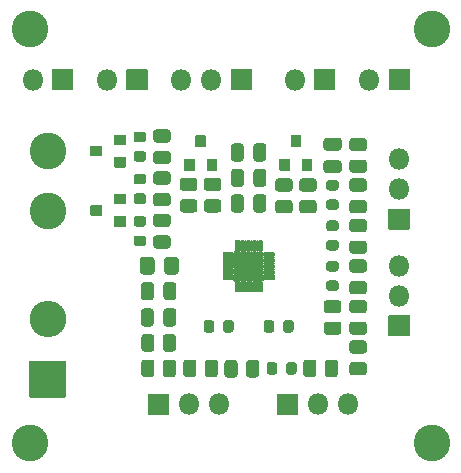
<source format=gts>
G04 #@! TF.GenerationSoftware,KiCad,Pcbnew,(5.1.10)-1*
G04 #@! TF.CreationDate,2021-07-06T21:05:29-03:00*
G04 #@! TF.ProjectId,BQ25505,42513235-3530-4352-9e6b-696361645f70,rev?*
G04 #@! TF.SameCoordinates,Original*
G04 #@! TF.FileFunction,Soldermask,Top*
G04 #@! TF.FilePolarity,Negative*
%FSLAX46Y46*%
G04 Gerber Fmt 4.6, Leading zero omitted, Abs format (unit mm)*
G04 Created by KiCad (PCBNEW (5.1.10)-1) date 2021-07-06 21:05:29*
%MOMM*%
%LPD*%
G01*
G04 APERTURE LIST*
%ADD10C,0.100000*%
%ADD11C,3.102000*%
%ADD12O,1.802000X1.802000*%
%ADD13O,3.102000X3.102000*%
%ADD14C,0.610000*%
G04 APERTURE END LIST*
D10*
G36*
X174425500Y-108385500D02*
G01*
X176602500Y-108385500D01*
X176602500Y-108880300D01*
X174425500Y-108880300D01*
X174425500Y-108385500D01*
G37*
X174425500Y-108385500D02*
X176602500Y-108385500D01*
X176602500Y-108880300D01*
X174425500Y-108880300D01*
X174425500Y-108385500D01*
G36*
X174425500Y-109280300D02*
G01*
X176602500Y-109280300D01*
X176602500Y-109667700D01*
X174425500Y-109667700D01*
X174425500Y-109280300D01*
G37*
X174425500Y-109280300D02*
X176602500Y-109280300D01*
X176602500Y-109667700D01*
X174425500Y-109667700D01*
X174425500Y-109280300D01*
G36*
X174425500Y-110067700D02*
G01*
X176602500Y-110067700D01*
X176602500Y-110562500D01*
X174425500Y-110562500D01*
X174425500Y-110067700D01*
G37*
X174425500Y-110067700D02*
X176602500Y-110067700D01*
X176602500Y-110562500D01*
X174425500Y-110562500D01*
X174425500Y-110067700D01*
G36*
X174425500Y-108385500D02*
G01*
X174920300Y-108385500D01*
X174920300Y-110562500D01*
X174425500Y-110562500D01*
X174425500Y-108385500D01*
G37*
X174425500Y-108385500D02*
X174920300Y-108385500D01*
X174920300Y-110562500D01*
X174425500Y-110562500D01*
X174425500Y-108385500D01*
G36*
X175707700Y-108385500D02*
G01*
X175320300Y-108385500D01*
X175320300Y-110562500D01*
X175707700Y-110562500D01*
X175707700Y-108385500D01*
G37*
X175707700Y-108385500D02*
X175320300Y-108385500D01*
X175320300Y-110562500D01*
X175707700Y-110562500D01*
X175707700Y-108385500D01*
G36*
X176107700Y-108385500D02*
G01*
X176602500Y-108385500D01*
X176602500Y-110562500D01*
X176107700Y-110562500D01*
X176107700Y-108385500D01*
G37*
X176107700Y-108385500D02*
X176602500Y-108385500D01*
X176602500Y-110562500D01*
X176107700Y-110562500D01*
X176107700Y-108385500D01*
G36*
X174425500Y-108385500D02*
G01*
X176602500Y-108385500D01*
X176602500Y-108880300D01*
X174425500Y-108880300D01*
X174425500Y-108385500D01*
G37*
X174425500Y-108385500D02*
X176602500Y-108385500D01*
X176602500Y-108880300D01*
X174425500Y-108880300D01*
X174425500Y-108385500D01*
G36*
X174425500Y-109280300D02*
G01*
X176602500Y-109280300D01*
X176602500Y-109667700D01*
X174425500Y-109667700D01*
X174425500Y-109280300D01*
G37*
X174425500Y-109280300D02*
X176602500Y-109280300D01*
X176602500Y-109667700D01*
X174425500Y-109667700D01*
X174425500Y-109280300D01*
G36*
X174425500Y-110067700D02*
G01*
X176602500Y-110067700D01*
X176602500Y-110562500D01*
X174425500Y-110562500D01*
X174425500Y-110067700D01*
G37*
X174425500Y-110067700D02*
X176602500Y-110067700D01*
X176602500Y-110562500D01*
X174425500Y-110562500D01*
X174425500Y-110067700D01*
G36*
X174425500Y-108385500D02*
G01*
X174920300Y-108385500D01*
X174920300Y-110562500D01*
X174425500Y-110562500D01*
X174425500Y-108385500D01*
G37*
X174425500Y-108385500D02*
X174920300Y-108385500D01*
X174920300Y-110562500D01*
X174425500Y-110562500D01*
X174425500Y-108385500D01*
G36*
X175707700Y-108385500D02*
G01*
X175320300Y-108385500D01*
X175320300Y-110562500D01*
X175707700Y-110562500D01*
X175707700Y-108385500D01*
G37*
X175707700Y-108385500D02*
X175320300Y-108385500D01*
X175320300Y-110562500D01*
X175707700Y-110562500D01*
X175707700Y-108385500D01*
G36*
X176107700Y-108385500D02*
G01*
X176602500Y-108385500D01*
X176602500Y-110562500D01*
X176107700Y-110562500D01*
X176107700Y-108385500D01*
G37*
X176107700Y-108385500D02*
X176602500Y-108385500D01*
X176602500Y-110562500D01*
X176107700Y-110562500D01*
X176107700Y-108385500D01*
D11*
X191008000Y-124460000D03*
X156972000Y-124460000D03*
X191008000Y-89408000D03*
X156972000Y-89408000D03*
D12*
X183896000Y-121158000D03*
X181356000Y-121158000D03*
G36*
G01*
X179666000Y-122059000D02*
X177966000Y-122059000D01*
G75*
G02*
X177915000Y-122008000I0J51000D01*
G01*
X177915000Y-120308000D01*
G75*
G02*
X177966000Y-120257000I51000J0D01*
G01*
X179666000Y-120257000D01*
G75*
G02*
X179717000Y-120308000I0J-51000D01*
G01*
X179717000Y-122008000D01*
G75*
G02*
X179666000Y-122059000I-51000J0D01*
G01*
G37*
D13*
X158496000Y-113944400D03*
G36*
G01*
X159996000Y-120575400D02*
X156996000Y-120575400D01*
G75*
G02*
X156945000Y-120524400I0J51000D01*
G01*
X156945000Y-117524400D01*
G75*
G02*
X156996000Y-117473400I51000J0D01*
G01*
X159996000Y-117473400D01*
G75*
G02*
X160047000Y-117524400I0J-51000D01*
G01*
X160047000Y-120524400D01*
G75*
G02*
X159996000Y-120575400I-51000J0D01*
G01*
G37*
D11*
X158496000Y-99720400D03*
X158496000Y-104800400D03*
D12*
X172974000Y-121158000D03*
X170434000Y-121158000D03*
G36*
G01*
X168744000Y-122059000D02*
X167044000Y-122059000D01*
G75*
G02*
X166993000Y-122008000I0J51000D01*
G01*
X166993000Y-120308000D01*
G75*
G02*
X167044000Y-120257000I51000J0D01*
G01*
X168744000Y-120257000D01*
G75*
G02*
X168795000Y-120308000I0J-51000D01*
G01*
X168795000Y-122008000D01*
G75*
G02*
X168744000Y-122059000I-51000J0D01*
G01*
G37*
X179425600Y-93675200D03*
G36*
G01*
X181115600Y-92774200D02*
X182815600Y-92774200D01*
G75*
G02*
X182866600Y-92825200I0J-51000D01*
G01*
X182866600Y-94525200D01*
G75*
G02*
X182815600Y-94576200I-51000J0D01*
G01*
X181115600Y-94576200D01*
G75*
G02*
X181064600Y-94525200I0J51000D01*
G01*
X181064600Y-92825200D01*
G75*
G02*
X181115600Y-92774200I51000J0D01*
G01*
G37*
G36*
G01*
X183126500Y-99677000D02*
X182125500Y-99677000D01*
G75*
G02*
X181850000Y-99401500I0J275500D01*
G01*
X181850000Y-98850500D01*
G75*
G02*
X182125500Y-98575000I275500J0D01*
G01*
X183126500Y-98575000D01*
G75*
G02*
X183402000Y-98850500I0J-275500D01*
G01*
X183402000Y-99401500D01*
G75*
G02*
X183126500Y-99677000I-275500J0D01*
G01*
G37*
G36*
G01*
X183126500Y-101577000D02*
X182125500Y-101577000D01*
G75*
G02*
X181850000Y-101301500I0J275500D01*
G01*
X181850000Y-100750500D01*
G75*
G02*
X182125500Y-100475000I275500J0D01*
G01*
X183126500Y-100475000D01*
G75*
G02*
X183402000Y-100750500I0J-275500D01*
G01*
X183402000Y-101301500D01*
G75*
G02*
X183126500Y-101577000I-275500J0D01*
G01*
G37*
X188252100Y-109410500D03*
X188252100Y-111950500D03*
G36*
G01*
X189153100Y-113640500D02*
X189153100Y-115340500D01*
G75*
G02*
X189102100Y-115391500I-51000J0D01*
G01*
X187402100Y-115391500D01*
G75*
G02*
X187351100Y-115340500I0J51000D01*
G01*
X187351100Y-113640500D01*
G75*
G02*
X187402100Y-113589500I51000J0D01*
G01*
X189102100Y-113589500D01*
G75*
G02*
X189153100Y-113640500I0J-51000D01*
G01*
G37*
G36*
G01*
X178682000Y-118410500D02*
X178682000Y-117809500D01*
G75*
G02*
X178907500Y-117584000I225500J0D01*
G01*
X179358500Y-117584000D01*
G75*
G02*
X179584000Y-117809500I0J-225500D01*
G01*
X179584000Y-118410500D01*
G75*
G02*
X179358500Y-118636000I-225500J0D01*
G01*
X178907500Y-118636000D01*
G75*
G02*
X178682000Y-118410500I0J225500D01*
G01*
G37*
G36*
G01*
X177032000Y-118410500D02*
X177032000Y-117809500D01*
G75*
G02*
X177257500Y-117584000I225500J0D01*
G01*
X177708500Y-117584000D01*
G75*
G02*
X177934000Y-117809500I0J-225500D01*
G01*
X177934000Y-118410500D01*
G75*
G02*
X177708500Y-118636000I-225500J0D01*
G01*
X177257500Y-118636000D01*
G75*
G02*
X177032000Y-118410500I0J225500D01*
G01*
G37*
G36*
G01*
X167695375Y-97861500D02*
X168647625Y-97861500D01*
G75*
G02*
X168922500Y-98136375I0J-274875D01*
G01*
X168922500Y-98713625D01*
G75*
G02*
X168647625Y-98988500I-274875J0D01*
G01*
X167695375Y-98988500D01*
G75*
G02*
X167420500Y-98713625I0J274875D01*
G01*
X167420500Y-98136375D01*
G75*
G02*
X167695375Y-97861500I274875J0D01*
G01*
G37*
G36*
G01*
X167695375Y-99686500D02*
X168647625Y-99686500D01*
G75*
G02*
X168922500Y-99961375I0J-274875D01*
G01*
X168922500Y-100538625D01*
G75*
G02*
X168647625Y-100813500I-274875J0D01*
G01*
X167695375Y-100813500D01*
G75*
G02*
X167420500Y-100538625I0J274875D01*
G01*
X167420500Y-99961375D01*
G75*
G02*
X167695375Y-99686500I274875J0D01*
G01*
G37*
G36*
G01*
X167695375Y-101434000D02*
X168647625Y-101434000D01*
G75*
G02*
X168922500Y-101708875I0J-274875D01*
G01*
X168922500Y-102286125D01*
G75*
G02*
X168647625Y-102561000I-274875J0D01*
G01*
X167695375Y-102561000D01*
G75*
G02*
X167420500Y-102286125I0J274875D01*
G01*
X167420500Y-101708875D01*
G75*
G02*
X167695375Y-101434000I274875J0D01*
G01*
G37*
G36*
G01*
X167695375Y-103259000D02*
X168647625Y-103259000D01*
G75*
G02*
X168922500Y-103533875I0J-274875D01*
G01*
X168922500Y-104111125D01*
G75*
G02*
X168647625Y-104386000I-274875J0D01*
G01*
X167695375Y-104386000D01*
G75*
G02*
X167420500Y-104111125I0J274875D01*
G01*
X167420500Y-103533875D01*
G75*
G02*
X167695375Y-103259000I274875J0D01*
G01*
G37*
G36*
G01*
X167695375Y-105013500D02*
X168647625Y-105013500D01*
G75*
G02*
X168922500Y-105288375I0J-274875D01*
G01*
X168922500Y-105865625D01*
G75*
G02*
X168647625Y-106140500I-274875J0D01*
G01*
X167695375Y-106140500D01*
G75*
G02*
X167420500Y-105865625I0J274875D01*
G01*
X167420500Y-105288375D01*
G75*
G02*
X167695375Y-105013500I274875J0D01*
G01*
G37*
G36*
G01*
X167695375Y-106838500D02*
X168647625Y-106838500D01*
G75*
G02*
X168922500Y-107113375I0J-274875D01*
G01*
X168922500Y-107690625D01*
G75*
G02*
X168647625Y-107965500I-274875J0D01*
G01*
X167695375Y-107965500D01*
G75*
G02*
X167420500Y-107690625I0J274875D01*
G01*
X167420500Y-107113375D01*
G75*
G02*
X167695375Y-106838500I274875J0D01*
G01*
G37*
G36*
G01*
X166006000Y-98061500D02*
X166607000Y-98061500D01*
G75*
G02*
X166832500Y-98287000I0J-225500D01*
G01*
X166832500Y-98738000D01*
G75*
G02*
X166607000Y-98963500I-225500J0D01*
G01*
X166006000Y-98963500D01*
G75*
G02*
X165780500Y-98738000I0J225500D01*
G01*
X165780500Y-98287000D01*
G75*
G02*
X166006000Y-98061500I225500J0D01*
G01*
G37*
G36*
G01*
X166006000Y-99711500D02*
X166607000Y-99711500D01*
G75*
G02*
X166832500Y-99937000I0J-225500D01*
G01*
X166832500Y-100388000D01*
G75*
G02*
X166607000Y-100613500I-225500J0D01*
G01*
X166006000Y-100613500D01*
G75*
G02*
X165780500Y-100388000I0J225500D01*
G01*
X165780500Y-99937000D01*
G75*
G02*
X166006000Y-99711500I225500J0D01*
G01*
G37*
G36*
G01*
X166006000Y-101634000D02*
X166607000Y-101634000D01*
G75*
G02*
X166832500Y-101859500I0J-225500D01*
G01*
X166832500Y-102310500D01*
G75*
G02*
X166607000Y-102536000I-225500J0D01*
G01*
X166006000Y-102536000D01*
G75*
G02*
X165780500Y-102310500I0J225500D01*
G01*
X165780500Y-101859500D01*
G75*
G02*
X166006000Y-101634000I225500J0D01*
G01*
G37*
G36*
G01*
X166006000Y-103284000D02*
X166607000Y-103284000D01*
G75*
G02*
X166832500Y-103509500I0J-225500D01*
G01*
X166832500Y-103960500D01*
G75*
G02*
X166607000Y-104186000I-225500J0D01*
G01*
X166006000Y-104186000D01*
G75*
G02*
X165780500Y-103960500I0J225500D01*
G01*
X165780500Y-103509500D01*
G75*
G02*
X166006000Y-103284000I225500J0D01*
G01*
G37*
G36*
G01*
X166006000Y-105213500D02*
X166607000Y-105213500D01*
G75*
G02*
X166832500Y-105439000I0J-225500D01*
G01*
X166832500Y-105890000D01*
G75*
G02*
X166607000Y-106115500I-225500J0D01*
G01*
X166006000Y-106115500D01*
G75*
G02*
X165780500Y-105890000I0J225500D01*
G01*
X165780500Y-105439000D01*
G75*
G02*
X166006000Y-105213500I225500J0D01*
G01*
G37*
G36*
G01*
X166006000Y-106863500D02*
X166607000Y-106863500D01*
G75*
G02*
X166832500Y-107089000I0J-225500D01*
G01*
X166832500Y-107540000D01*
G75*
G02*
X166607000Y-107765500I-225500J0D01*
G01*
X166006000Y-107765500D01*
G75*
G02*
X165780500Y-107540000I0J225500D01*
G01*
X165780500Y-107089000D01*
G75*
G02*
X166006000Y-106863500I225500J0D01*
G01*
G37*
X163525200Y-93675200D03*
G36*
G01*
X165215200Y-92774200D02*
X166915200Y-92774200D01*
G75*
G02*
X166966200Y-92825200I0J-51000D01*
G01*
X166966200Y-94525200D01*
G75*
G02*
X166915200Y-94576200I-51000J0D01*
G01*
X165215200Y-94576200D01*
G75*
G02*
X165164200Y-94525200I0J51000D01*
G01*
X165164200Y-92825200D01*
G75*
G02*
X165215200Y-92774200I51000J0D01*
G01*
G37*
X157226000Y-93675200D03*
G36*
G01*
X158916000Y-92774200D02*
X160616000Y-92774200D01*
G75*
G02*
X160667000Y-92825200I0J-51000D01*
G01*
X160667000Y-94525200D01*
G75*
G02*
X160616000Y-94576200I-51000J0D01*
G01*
X158916000Y-94576200D01*
G75*
G02*
X158865000Y-94525200I0J51000D01*
G01*
X158865000Y-92825200D01*
G75*
G02*
X158916000Y-92774200I51000J0D01*
G01*
G37*
G36*
G01*
X163127800Y-99307700D02*
X163127800Y-100107700D01*
G75*
G02*
X163076800Y-100158700I-51000J0D01*
G01*
X162176800Y-100158700D01*
G75*
G02*
X162125800Y-100107700I0J51000D01*
G01*
X162125800Y-99307700D01*
G75*
G02*
X162176800Y-99256700I51000J0D01*
G01*
X163076800Y-99256700D01*
G75*
G02*
X163127800Y-99307700I0J-51000D01*
G01*
G37*
G36*
G01*
X165127800Y-98357700D02*
X165127800Y-99157700D01*
G75*
G02*
X165076800Y-99208700I-51000J0D01*
G01*
X164176800Y-99208700D01*
G75*
G02*
X164125800Y-99157700I0J51000D01*
G01*
X164125800Y-98357700D01*
G75*
G02*
X164176800Y-98306700I51000J0D01*
G01*
X165076800Y-98306700D01*
G75*
G02*
X165127800Y-98357700I0J-51000D01*
G01*
G37*
G36*
G01*
X165127800Y-100257700D02*
X165127800Y-101057700D01*
G75*
G02*
X165076800Y-101108700I-51000J0D01*
G01*
X164176800Y-101108700D01*
G75*
G02*
X164125800Y-101057700I0J51000D01*
G01*
X164125800Y-100257700D01*
G75*
G02*
X164176800Y-100206700I51000J0D01*
G01*
X165076800Y-100206700D01*
G75*
G02*
X165127800Y-100257700I0J-51000D01*
G01*
G37*
G36*
G01*
X163127800Y-104324200D02*
X163127800Y-105124200D01*
G75*
G02*
X163076800Y-105175200I-51000J0D01*
G01*
X162176800Y-105175200D01*
G75*
G02*
X162125800Y-105124200I0J51000D01*
G01*
X162125800Y-104324200D01*
G75*
G02*
X162176800Y-104273200I51000J0D01*
G01*
X163076800Y-104273200D01*
G75*
G02*
X163127800Y-104324200I0J-51000D01*
G01*
G37*
G36*
G01*
X165127800Y-103374200D02*
X165127800Y-104174200D01*
G75*
G02*
X165076800Y-104225200I-51000J0D01*
G01*
X164176800Y-104225200D01*
G75*
G02*
X164125800Y-104174200I0J51000D01*
G01*
X164125800Y-103374200D01*
G75*
G02*
X164176800Y-103323200I51000J0D01*
G01*
X165076800Y-103323200D01*
G75*
G02*
X165127800Y-103374200I0J-51000D01*
G01*
G37*
G36*
G01*
X165127800Y-105274200D02*
X165127800Y-106074200D01*
G75*
G02*
X165076800Y-106125200I-51000J0D01*
G01*
X164176800Y-106125200D01*
G75*
G02*
X164125800Y-106074200I0J51000D01*
G01*
X164125800Y-105274200D01*
G75*
G02*
X164176800Y-105223200I51000J0D01*
G01*
X165076800Y-105223200D01*
G75*
G02*
X165127800Y-105274200I0J-51000D01*
G01*
G37*
X185724800Y-93675200D03*
G36*
G01*
X187414800Y-92774200D02*
X189114800Y-92774200D01*
G75*
G02*
X189165800Y-92825200I0J-51000D01*
G01*
X189165800Y-94525200D01*
G75*
G02*
X189114800Y-94576200I-51000J0D01*
G01*
X187414800Y-94576200D01*
G75*
G02*
X187363800Y-94525200I0J51000D01*
G01*
X187363800Y-92825200D01*
G75*
G02*
X187414800Y-92774200I51000J0D01*
G01*
G37*
G36*
G01*
X183102125Y-113443000D02*
X182149875Y-113443000D01*
G75*
G02*
X181875000Y-113168125I0J274875D01*
G01*
X181875000Y-112590875D01*
G75*
G02*
X182149875Y-112316000I274875J0D01*
G01*
X183102125Y-112316000D01*
G75*
G02*
X183377000Y-112590875I0J-274875D01*
G01*
X183377000Y-113168125D01*
G75*
G02*
X183102125Y-113443000I-274875J0D01*
G01*
G37*
G36*
G01*
X183102125Y-115268000D02*
X182149875Y-115268000D01*
G75*
G02*
X181875000Y-114993125I0J274875D01*
G01*
X181875000Y-114415875D01*
G75*
G02*
X182149875Y-114141000I274875J0D01*
G01*
X183102125Y-114141000D01*
G75*
G02*
X183377000Y-114415875I0J-274875D01*
G01*
X183377000Y-114993125D01*
G75*
G02*
X183102125Y-115268000I-274875J0D01*
G01*
G37*
G36*
G01*
X184308875Y-117570000D02*
X185261125Y-117570000D01*
G75*
G02*
X185536000Y-117844875I0J-274875D01*
G01*
X185536000Y-118422125D01*
G75*
G02*
X185261125Y-118697000I-274875J0D01*
G01*
X184308875Y-118697000D01*
G75*
G02*
X184034000Y-118422125I0J274875D01*
G01*
X184034000Y-117844875D01*
G75*
G02*
X184308875Y-117570000I274875J0D01*
G01*
G37*
G36*
G01*
X184308875Y-115745000D02*
X185261125Y-115745000D01*
G75*
G02*
X185536000Y-116019875I0J-274875D01*
G01*
X185536000Y-116597125D01*
G75*
G02*
X185261125Y-116872000I-274875J0D01*
G01*
X184308875Y-116872000D01*
G75*
G02*
X184034000Y-116597125I0J274875D01*
G01*
X184034000Y-116019875D01*
G75*
G02*
X184308875Y-115745000I274875J0D01*
G01*
G37*
G36*
G01*
X184308875Y-110712000D02*
X185261125Y-110712000D01*
G75*
G02*
X185536000Y-110986875I0J-274875D01*
G01*
X185536000Y-111564125D01*
G75*
G02*
X185261125Y-111839000I-274875J0D01*
G01*
X184308875Y-111839000D01*
G75*
G02*
X184034000Y-111564125I0J274875D01*
G01*
X184034000Y-110986875D01*
G75*
G02*
X184308875Y-110712000I274875J0D01*
G01*
G37*
G36*
G01*
X184308875Y-108887000D02*
X185261125Y-108887000D01*
G75*
G02*
X185536000Y-109161875I0J-274875D01*
G01*
X185536000Y-109739125D01*
G75*
G02*
X185261125Y-110014000I-274875J0D01*
G01*
X184308875Y-110014000D01*
G75*
G02*
X184034000Y-109739125I0J274875D01*
G01*
X184034000Y-109161875D01*
G75*
G02*
X184308875Y-108887000I274875J0D01*
G01*
G37*
G36*
G01*
X184308875Y-114141000D02*
X185261125Y-114141000D01*
G75*
G02*
X185536000Y-114415875I0J-274875D01*
G01*
X185536000Y-114993125D01*
G75*
G02*
X185261125Y-115268000I-274875J0D01*
G01*
X184308875Y-115268000D01*
G75*
G02*
X184034000Y-114993125I0J274875D01*
G01*
X184034000Y-114415875D01*
G75*
G02*
X184308875Y-114141000I274875J0D01*
G01*
G37*
G36*
G01*
X184308875Y-112316000D02*
X185261125Y-112316000D01*
G75*
G02*
X185536000Y-112590875I0J-274875D01*
G01*
X185536000Y-113168125D01*
G75*
G02*
X185261125Y-113443000I-274875J0D01*
G01*
X184308875Y-113443000D01*
G75*
G02*
X184034000Y-113168125I0J274875D01*
G01*
X184034000Y-112590875D01*
G75*
G02*
X184308875Y-112316000I274875J0D01*
G01*
G37*
G36*
G01*
X184308875Y-100425000D02*
X185261125Y-100425000D01*
G75*
G02*
X185536000Y-100699875I0J-274875D01*
G01*
X185536000Y-101277125D01*
G75*
G02*
X185261125Y-101552000I-274875J0D01*
G01*
X184308875Y-101552000D01*
G75*
G02*
X184034000Y-101277125I0J274875D01*
G01*
X184034000Y-100699875D01*
G75*
G02*
X184308875Y-100425000I274875J0D01*
G01*
G37*
G36*
G01*
X184308875Y-98600000D02*
X185261125Y-98600000D01*
G75*
G02*
X185536000Y-98874875I0J-274875D01*
G01*
X185536000Y-99452125D01*
G75*
G02*
X185261125Y-99727000I-274875J0D01*
G01*
X184308875Y-99727000D01*
G75*
G02*
X184034000Y-99452125I0J274875D01*
G01*
X184034000Y-98874875D01*
G75*
G02*
X184308875Y-98600000I274875J0D01*
G01*
G37*
G36*
G01*
X184308875Y-103854000D02*
X185261125Y-103854000D01*
G75*
G02*
X185536000Y-104128875I0J-274875D01*
G01*
X185536000Y-104706125D01*
G75*
G02*
X185261125Y-104981000I-274875J0D01*
G01*
X184308875Y-104981000D01*
G75*
G02*
X184034000Y-104706125I0J274875D01*
G01*
X184034000Y-104128875D01*
G75*
G02*
X184308875Y-103854000I274875J0D01*
G01*
G37*
G36*
G01*
X184308875Y-102029000D02*
X185261125Y-102029000D01*
G75*
G02*
X185536000Y-102303875I0J-274875D01*
G01*
X185536000Y-102881125D01*
G75*
G02*
X185261125Y-103156000I-274875J0D01*
G01*
X184308875Y-103156000D01*
G75*
G02*
X184034000Y-102881125I0J274875D01*
G01*
X184034000Y-102303875D01*
G75*
G02*
X184308875Y-102029000I274875J0D01*
G01*
G37*
G36*
G01*
X184308875Y-107283000D02*
X185261125Y-107283000D01*
G75*
G02*
X185536000Y-107557875I0J-274875D01*
G01*
X185536000Y-108135125D01*
G75*
G02*
X185261125Y-108410000I-274875J0D01*
G01*
X184308875Y-108410000D01*
G75*
G02*
X184034000Y-108135125I0J274875D01*
G01*
X184034000Y-107557875D01*
G75*
G02*
X184308875Y-107283000I274875J0D01*
G01*
G37*
G36*
G01*
X184308875Y-105458000D02*
X185261125Y-105458000D01*
G75*
G02*
X185536000Y-105732875I0J-274875D01*
G01*
X185536000Y-106310125D01*
G75*
G02*
X185261125Y-106585000I-274875J0D01*
G01*
X184308875Y-106585000D01*
G75*
G02*
X184034000Y-106310125I0J274875D01*
G01*
X184034000Y-105732875D01*
G75*
G02*
X184308875Y-105458000I274875J0D01*
G01*
G37*
G36*
G01*
X181959000Y-118586125D02*
X181959000Y-117633875D01*
G75*
G02*
X182233875Y-117359000I274875J0D01*
G01*
X182811125Y-117359000D01*
G75*
G02*
X183086000Y-117633875I0J-274875D01*
G01*
X183086000Y-118586125D01*
G75*
G02*
X182811125Y-118861000I-274875J0D01*
G01*
X182233875Y-118861000D01*
G75*
G02*
X181959000Y-118586125I0J274875D01*
G01*
G37*
G36*
G01*
X180134000Y-118586125D02*
X180134000Y-117633875D01*
G75*
G02*
X180408875Y-117359000I274875J0D01*
G01*
X180986125Y-117359000D01*
G75*
G02*
X181261000Y-117633875I0J-274875D01*
G01*
X181261000Y-118586125D01*
G75*
G02*
X180986125Y-118861000I-274875J0D01*
G01*
X180408875Y-118861000D01*
G75*
G02*
X180134000Y-118586125I0J274875D01*
G01*
G37*
G36*
G01*
X168243000Y-118586125D02*
X168243000Y-117633875D01*
G75*
G02*
X168517875Y-117359000I274875J0D01*
G01*
X169095125Y-117359000D01*
G75*
G02*
X169370000Y-117633875I0J-274875D01*
G01*
X169370000Y-118586125D01*
G75*
G02*
X169095125Y-118861000I-274875J0D01*
G01*
X168517875Y-118861000D01*
G75*
G02*
X168243000Y-118586125I0J274875D01*
G01*
G37*
G36*
G01*
X166418000Y-118586125D02*
X166418000Y-117633875D01*
G75*
G02*
X166692875Y-117359000I274875J0D01*
G01*
X167270125Y-117359000D01*
G75*
G02*
X167545000Y-117633875I0J-274875D01*
G01*
X167545000Y-118586125D01*
G75*
G02*
X167270125Y-118861000I-274875J0D01*
G01*
X166692875Y-118861000D01*
G75*
G02*
X166418000Y-118586125I0J274875D01*
G01*
G37*
G36*
G01*
X171799000Y-118586125D02*
X171799000Y-117633875D01*
G75*
G02*
X172073875Y-117359000I274875J0D01*
G01*
X172651125Y-117359000D01*
G75*
G02*
X172926000Y-117633875I0J-274875D01*
G01*
X172926000Y-118586125D01*
G75*
G02*
X172651125Y-118861000I-274875J0D01*
G01*
X172073875Y-118861000D01*
G75*
G02*
X171799000Y-118586125I0J274875D01*
G01*
G37*
G36*
G01*
X169974000Y-118586125D02*
X169974000Y-117633875D01*
G75*
G02*
X170248875Y-117359000I274875J0D01*
G01*
X170826125Y-117359000D01*
G75*
G02*
X171101000Y-117633875I0J-274875D01*
G01*
X171101000Y-118586125D01*
G75*
G02*
X170826125Y-118861000I-274875J0D01*
G01*
X170248875Y-118861000D01*
G75*
G02*
X169974000Y-118586125I0J274875D01*
G01*
G37*
G36*
G01*
X175288960Y-118614065D02*
X175288960Y-117661815D01*
G75*
G02*
X175563835Y-117386940I274875J0D01*
G01*
X176141085Y-117386940D01*
G75*
G02*
X176415960Y-117661815I0J-274875D01*
G01*
X176415960Y-118614065D01*
G75*
G02*
X176141085Y-118888940I-274875J0D01*
G01*
X175563835Y-118888940D01*
G75*
G02*
X175288960Y-118614065I0J274875D01*
G01*
G37*
G36*
G01*
X173463960Y-118614065D02*
X173463960Y-117661815D01*
G75*
G02*
X173738835Y-117386940I274875J0D01*
G01*
X174316085Y-117386940D01*
G75*
G02*
X174590960Y-117661815I0J-274875D01*
G01*
X174590960Y-118614065D01*
G75*
G02*
X174316085Y-118888940I-274875J0D01*
G01*
X173738835Y-118888940D01*
G75*
G02*
X173463960Y-118614065I0J274875D01*
G01*
G37*
G36*
G01*
X174214000Y-108664999D02*
X173364000Y-108664999D01*
G75*
G02*
X173313000Y-108613999I0J51000D01*
G01*
X173313000Y-108333999D01*
G75*
G02*
X173364000Y-108282999I51000J0D01*
G01*
X174214000Y-108282999D01*
G75*
G02*
X174265000Y-108333999I0J-51000D01*
G01*
X174265000Y-108613999D01*
G75*
G02*
X174214000Y-108664999I-51000J0D01*
G01*
G37*
G36*
G01*
X174214000Y-109165001D02*
X173364000Y-109165001D01*
G75*
G02*
X173313000Y-109114001I0J51000D01*
G01*
X173313000Y-108834001D01*
G75*
G02*
X173364000Y-108783001I51000J0D01*
G01*
X174214000Y-108783001D01*
G75*
G02*
X174265000Y-108834001I0J-51000D01*
G01*
X174265000Y-109114001D01*
G75*
G02*
X174214000Y-109165001I-51000J0D01*
G01*
G37*
G36*
G01*
X174214000Y-109665000D02*
X173364000Y-109665000D01*
G75*
G02*
X173313000Y-109614000I0J51000D01*
G01*
X173313000Y-109334000D01*
G75*
G02*
X173364000Y-109283000I51000J0D01*
G01*
X174214000Y-109283000D01*
G75*
G02*
X174265000Y-109334000I0J-51000D01*
G01*
X174265000Y-109614000D01*
G75*
G02*
X174214000Y-109665000I-51000J0D01*
G01*
G37*
G36*
G01*
X174214000Y-110164999D02*
X173364000Y-110164999D01*
G75*
G02*
X173313000Y-110113999I0J51000D01*
G01*
X173313000Y-109833999D01*
G75*
G02*
X173364000Y-109782999I51000J0D01*
G01*
X174214000Y-109782999D01*
G75*
G02*
X174265000Y-109833999I0J-51000D01*
G01*
X174265000Y-110113999D01*
G75*
G02*
X174214000Y-110164999I-51000J0D01*
G01*
G37*
G36*
G01*
X174214000Y-110665001D02*
X173364000Y-110665001D01*
G75*
G02*
X173313000Y-110614001I0J51000D01*
G01*
X173313000Y-110334001D01*
G75*
G02*
X173364000Y-110283001I51000J0D01*
G01*
X174214000Y-110283001D01*
G75*
G02*
X174265000Y-110334001I0J-51000D01*
G01*
X174265000Y-110614001D01*
G75*
G02*
X174214000Y-110665001I-51000J0D01*
G01*
G37*
G36*
G01*
X174322748Y-111624000D02*
X174322748Y-110774000D01*
G75*
G02*
X174373748Y-110723000I51000J0D01*
G01*
X174653748Y-110723000D01*
G75*
G02*
X174704748Y-110774000I0J-51000D01*
G01*
X174704748Y-111624000D01*
G75*
G02*
X174653748Y-111675000I-51000J0D01*
G01*
X174373748Y-111675000D01*
G75*
G02*
X174322748Y-111624000I0J51000D01*
G01*
G37*
G36*
G01*
X174822874Y-111624000D02*
X174822874Y-110774000D01*
G75*
G02*
X174873874Y-110723000I51000J0D01*
G01*
X175153874Y-110723000D01*
G75*
G02*
X175204874Y-110774000I0J-51000D01*
G01*
X175204874Y-111624000D01*
G75*
G02*
X175153874Y-111675000I-51000J0D01*
G01*
X174873874Y-111675000D01*
G75*
G02*
X174822874Y-111624000I0J51000D01*
G01*
G37*
G36*
G01*
X175323000Y-111624000D02*
X175323000Y-110774000D01*
G75*
G02*
X175374000Y-110723000I51000J0D01*
G01*
X175654000Y-110723000D01*
G75*
G02*
X175705000Y-110774000I0J-51000D01*
G01*
X175705000Y-111624000D01*
G75*
G02*
X175654000Y-111675000I-51000J0D01*
G01*
X175374000Y-111675000D01*
G75*
G02*
X175323000Y-111624000I0J51000D01*
G01*
G37*
G36*
G01*
X175823126Y-111624000D02*
X175823126Y-110774000D01*
G75*
G02*
X175874126Y-110723000I51000J0D01*
G01*
X176154126Y-110723000D01*
G75*
G02*
X176205126Y-110774000I0J-51000D01*
G01*
X176205126Y-111624000D01*
G75*
G02*
X176154126Y-111675000I-51000J0D01*
G01*
X175874126Y-111675000D01*
G75*
G02*
X175823126Y-111624000I0J51000D01*
G01*
G37*
G36*
G01*
X176323252Y-111624000D02*
X176323252Y-110774000D01*
G75*
G02*
X176374252Y-110723000I51000J0D01*
G01*
X176654252Y-110723000D01*
G75*
G02*
X176705252Y-110774000I0J-51000D01*
G01*
X176705252Y-111624000D01*
G75*
G02*
X176654252Y-111675000I-51000J0D01*
G01*
X176374252Y-111675000D01*
G75*
G02*
X176323252Y-111624000I0J51000D01*
G01*
G37*
G36*
G01*
X177664000Y-110665001D02*
X176814000Y-110665001D01*
G75*
G02*
X176763000Y-110614001I0J51000D01*
G01*
X176763000Y-110334001D01*
G75*
G02*
X176814000Y-110283001I51000J0D01*
G01*
X177664000Y-110283001D01*
G75*
G02*
X177715000Y-110334001I0J-51000D01*
G01*
X177715000Y-110614001D01*
G75*
G02*
X177664000Y-110665001I-51000J0D01*
G01*
G37*
G36*
G01*
X177664000Y-110164999D02*
X176814000Y-110164999D01*
G75*
G02*
X176763000Y-110113999I0J51000D01*
G01*
X176763000Y-109833999D01*
G75*
G02*
X176814000Y-109782999I51000J0D01*
G01*
X177664000Y-109782999D01*
G75*
G02*
X177715000Y-109833999I0J-51000D01*
G01*
X177715000Y-110113999D01*
G75*
G02*
X177664000Y-110164999I-51000J0D01*
G01*
G37*
G36*
G01*
X177664000Y-109665000D02*
X176814000Y-109665000D01*
G75*
G02*
X176763000Y-109614000I0J51000D01*
G01*
X176763000Y-109334000D01*
G75*
G02*
X176814000Y-109283000I51000J0D01*
G01*
X177664000Y-109283000D01*
G75*
G02*
X177715000Y-109334000I0J-51000D01*
G01*
X177715000Y-109614000D01*
G75*
G02*
X177664000Y-109665000I-51000J0D01*
G01*
G37*
G36*
G01*
X177664000Y-109165001D02*
X176814000Y-109165001D01*
G75*
G02*
X176763000Y-109114001I0J51000D01*
G01*
X176763000Y-108834001D01*
G75*
G02*
X176814000Y-108783001I51000J0D01*
G01*
X177664000Y-108783001D01*
G75*
G02*
X177715000Y-108834001I0J-51000D01*
G01*
X177715000Y-109114001D01*
G75*
G02*
X177664000Y-109165001I-51000J0D01*
G01*
G37*
G36*
G01*
X177664000Y-108664999D02*
X176814000Y-108664999D01*
G75*
G02*
X176763000Y-108613999I0J51000D01*
G01*
X176763000Y-108333999D01*
G75*
G02*
X176814000Y-108282999I51000J0D01*
G01*
X177664000Y-108282999D01*
G75*
G02*
X177715000Y-108333999I0J-51000D01*
G01*
X177715000Y-108613999D01*
G75*
G02*
X177664000Y-108664999I-51000J0D01*
G01*
G37*
G36*
G01*
X176323252Y-108174000D02*
X176323252Y-107324000D01*
G75*
G02*
X176374252Y-107273000I51000J0D01*
G01*
X176654252Y-107273000D01*
G75*
G02*
X176705252Y-107324000I0J-51000D01*
G01*
X176705252Y-108174000D01*
G75*
G02*
X176654252Y-108225000I-51000J0D01*
G01*
X176374252Y-108225000D01*
G75*
G02*
X176323252Y-108174000I0J51000D01*
G01*
G37*
G36*
G01*
X175823126Y-108174000D02*
X175823126Y-107324000D01*
G75*
G02*
X175874126Y-107273000I51000J0D01*
G01*
X176154126Y-107273000D01*
G75*
G02*
X176205126Y-107324000I0J-51000D01*
G01*
X176205126Y-108174000D01*
G75*
G02*
X176154126Y-108225000I-51000J0D01*
G01*
X175874126Y-108225000D01*
G75*
G02*
X175823126Y-108174000I0J51000D01*
G01*
G37*
G36*
G01*
X175323000Y-108174000D02*
X175323000Y-107324000D01*
G75*
G02*
X175374000Y-107273000I51000J0D01*
G01*
X175654000Y-107273000D01*
G75*
G02*
X175705000Y-107324000I0J-51000D01*
G01*
X175705000Y-108174000D01*
G75*
G02*
X175654000Y-108225000I-51000J0D01*
G01*
X175374000Y-108225000D01*
G75*
G02*
X175323000Y-108174000I0J51000D01*
G01*
G37*
G36*
G01*
X174822874Y-108174000D02*
X174822874Y-107324000D01*
G75*
G02*
X174873874Y-107273000I51000J0D01*
G01*
X175153874Y-107273000D01*
G75*
G02*
X175204874Y-107324000I0J-51000D01*
G01*
X175204874Y-108174000D01*
G75*
G02*
X175153874Y-108225000I-51000J0D01*
G01*
X174873874Y-108225000D01*
G75*
G02*
X174822874Y-108174000I0J51000D01*
G01*
G37*
G36*
G01*
X174322748Y-108174000D02*
X174322748Y-107324000D01*
G75*
G02*
X174373748Y-107273000I51000J0D01*
G01*
X174653748Y-107273000D01*
G75*
G02*
X174704748Y-107324000I0J-51000D01*
G01*
X174704748Y-108174000D01*
G75*
G02*
X174653748Y-108225000I-51000J0D01*
G01*
X174373748Y-108225000D01*
G75*
G02*
X174322748Y-108174000I0J51000D01*
G01*
G37*
G36*
G01*
X174438000Y-110499000D02*
X174438000Y-108449000D01*
G75*
G02*
X174489000Y-108398000I51000J0D01*
G01*
X176539000Y-108398000D01*
G75*
G02*
X176590000Y-108449000I0J-51000D01*
G01*
X176590000Y-110499000D01*
G75*
G02*
X176539000Y-110550000I-51000J0D01*
G01*
X174489000Y-110550000D01*
G75*
G02*
X174438000Y-110499000I0J51000D01*
G01*
G37*
D14*
X175120300Y-109867700D03*
X175120300Y-109080300D03*
X175907700Y-109867700D03*
X175907700Y-109080300D03*
G36*
G01*
X174054400Y-92774200D02*
X175754400Y-92774200D01*
G75*
G02*
X175805400Y-92825200I0J-51000D01*
G01*
X175805400Y-94525200D01*
G75*
G02*
X175754400Y-94576200I-51000J0D01*
G01*
X174054400Y-94576200D01*
G75*
G02*
X174003400Y-94525200I0J51000D01*
G01*
X174003400Y-92825200D01*
G75*
G02*
X174054400Y-92774200I51000J0D01*
G01*
G37*
D12*
X172364400Y-93675200D03*
X169824400Y-93675200D03*
G36*
G01*
X172942125Y-103092500D02*
X171989875Y-103092500D01*
G75*
G02*
X171715000Y-102817625I0J274875D01*
G01*
X171715000Y-102240375D01*
G75*
G02*
X171989875Y-101965500I274875J0D01*
G01*
X172942125Y-101965500D01*
G75*
G02*
X173217000Y-102240375I0J-274875D01*
G01*
X173217000Y-102817625D01*
G75*
G02*
X172942125Y-103092500I-274875J0D01*
G01*
G37*
G36*
G01*
X172942125Y-104917500D02*
X171989875Y-104917500D01*
G75*
G02*
X171715000Y-104642625I0J274875D01*
G01*
X171715000Y-104065375D01*
G75*
G02*
X171989875Y-103790500I274875J0D01*
G01*
X172942125Y-103790500D01*
G75*
G02*
X173217000Y-104065375I0J-274875D01*
G01*
X173217000Y-104642625D01*
G75*
G02*
X172942125Y-104917500I-274875J0D01*
G01*
G37*
G36*
G01*
X181006625Y-103156000D02*
X180054375Y-103156000D01*
G75*
G02*
X179779500Y-102881125I0J274875D01*
G01*
X179779500Y-102303875D01*
G75*
G02*
X180054375Y-102029000I274875J0D01*
G01*
X181006625Y-102029000D01*
G75*
G02*
X181281500Y-102303875I0J-274875D01*
G01*
X181281500Y-102881125D01*
G75*
G02*
X181006625Y-103156000I-274875J0D01*
G01*
G37*
G36*
G01*
X181006625Y-104981000D02*
X180054375Y-104981000D01*
G75*
G02*
X179779500Y-104706125I0J274875D01*
G01*
X179779500Y-104128875D01*
G75*
G02*
X180054375Y-103854000I274875J0D01*
G01*
X181006625Y-103854000D01*
G75*
G02*
X181281500Y-104128875I0J-274875D01*
G01*
X181281500Y-104706125D01*
G75*
G02*
X181006625Y-104981000I-274875J0D01*
G01*
G37*
G36*
G01*
X169957875Y-103790500D02*
X170910125Y-103790500D01*
G75*
G02*
X171185000Y-104065375I0J-274875D01*
G01*
X171185000Y-104642625D01*
G75*
G02*
X170910125Y-104917500I-274875J0D01*
G01*
X169957875Y-104917500D01*
G75*
G02*
X169683000Y-104642625I0J274875D01*
G01*
X169683000Y-104065375D01*
G75*
G02*
X169957875Y-103790500I274875J0D01*
G01*
G37*
G36*
G01*
X169957875Y-101965500D02*
X170910125Y-101965500D01*
G75*
G02*
X171185000Y-102240375I0J-274875D01*
G01*
X171185000Y-102817625D01*
G75*
G02*
X170910125Y-103092500I-274875J0D01*
G01*
X169957875Y-103092500D01*
G75*
G02*
X169683000Y-102817625I0J274875D01*
G01*
X169683000Y-102240375D01*
G75*
G02*
X169957875Y-101965500I274875J0D01*
G01*
G37*
G36*
G01*
X178022375Y-103854000D02*
X178974625Y-103854000D01*
G75*
G02*
X179249500Y-104128875I0J-274875D01*
G01*
X179249500Y-104706125D01*
G75*
G02*
X178974625Y-104981000I-274875J0D01*
G01*
X178022375Y-104981000D01*
G75*
G02*
X177747500Y-104706125I0J274875D01*
G01*
X177747500Y-104128875D01*
G75*
G02*
X178022375Y-103854000I274875J0D01*
G01*
G37*
G36*
G01*
X178022375Y-102029000D02*
X178974625Y-102029000D01*
G75*
G02*
X179249500Y-102303875I0J-274875D01*
G01*
X179249500Y-102881125D01*
G75*
G02*
X178974625Y-103156000I-274875J0D01*
G01*
X178022375Y-103156000D01*
G75*
G02*
X177747500Y-102881125I0J274875D01*
G01*
X177747500Y-102303875D01*
G75*
G02*
X178022375Y-102029000I274875J0D01*
G01*
G37*
G36*
G01*
X166418000Y-116427125D02*
X166418000Y-115474875D01*
G75*
G02*
X166692875Y-115200000I274875J0D01*
G01*
X167270125Y-115200000D01*
G75*
G02*
X167545000Y-115474875I0J-274875D01*
G01*
X167545000Y-116427125D01*
G75*
G02*
X167270125Y-116702000I-274875J0D01*
G01*
X166692875Y-116702000D01*
G75*
G02*
X166418000Y-116427125I0J274875D01*
G01*
G37*
G36*
G01*
X168243000Y-116427125D02*
X168243000Y-115474875D01*
G75*
G02*
X168517875Y-115200000I274875J0D01*
G01*
X169095125Y-115200000D01*
G75*
G02*
X169370000Y-115474875I0J-274875D01*
G01*
X169370000Y-116427125D01*
G75*
G02*
X169095125Y-116702000I-274875J0D01*
G01*
X168517875Y-116702000D01*
G75*
G02*
X168243000Y-116427125I0J274875D01*
G01*
G37*
X188252100Y-100393500D03*
X188252100Y-102933500D03*
G36*
G01*
X189153100Y-104623500D02*
X189153100Y-106323500D01*
G75*
G02*
X189102100Y-106374500I-51000J0D01*
G01*
X187402100Y-106374500D01*
G75*
G02*
X187351100Y-106323500I0J51000D01*
G01*
X187351100Y-104623500D01*
G75*
G02*
X187402100Y-104572500I51000J0D01*
G01*
X189102100Y-104572500D01*
G75*
G02*
X189153100Y-104623500I0J-51000D01*
G01*
G37*
G36*
G01*
X171850000Y-99386500D02*
X171050000Y-99386500D01*
G75*
G02*
X170999000Y-99335500I0J51000D01*
G01*
X170999000Y-98435500D01*
G75*
G02*
X171050000Y-98384500I51000J0D01*
G01*
X171850000Y-98384500D01*
G75*
G02*
X171901000Y-98435500I0J-51000D01*
G01*
X171901000Y-99335500D01*
G75*
G02*
X171850000Y-99386500I-51000J0D01*
G01*
G37*
G36*
G01*
X172800000Y-101386500D02*
X172000000Y-101386500D01*
G75*
G02*
X171949000Y-101335500I0J51000D01*
G01*
X171949000Y-100435500D01*
G75*
G02*
X172000000Y-100384500I51000J0D01*
G01*
X172800000Y-100384500D01*
G75*
G02*
X172851000Y-100435500I0J-51000D01*
G01*
X172851000Y-101335500D01*
G75*
G02*
X172800000Y-101386500I-51000J0D01*
G01*
G37*
G36*
G01*
X170900000Y-101386500D02*
X170100000Y-101386500D01*
G75*
G02*
X170049000Y-101335500I0J51000D01*
G01*
X170049000Y-100435500D01*
G75*
G02*
X170100000Y-100384500I51000J0D01*
G01*
X170900000Y-100384500D01*
G75*
G02*
X170951000Y-100435500I0J-51000D01*
G01*
X170951000Y-101335500D01*
G75*
G02*
X170900000Y-101386500I-51000J0D01*
G01*
G37*
G36*
G01*
X179914500Y-99386500D02*
X179114500Y-99386500D01*
G75*
G02*
X179063500Y-99335500I0J51000D01*
G01*
X179063500Y-98435500D01*
G75*
G02*
X179114500Y-98384500I51000J0D01*
G01*
X179914500Y-98384500D01*
G75*
G02*
X179965500Y-98435500I0J-51000D01*
G01*
X179965500Y-99335500D01*
G75*
G02*
X179914500Y-99386500I-51000J0D01*
G01*
G37*
G36*
G01*
X180864500Y-101386500D02*
X180064500Y-101386500D01*
G75*
G02*
X180013500Y-101335500I0J51000D01*
G01*
X180013500Y-100435500D01*
G75*
G02*
X180064500Y-100384500I51000J0D01*
G01*
X180864500Y-100384500D01*
G75*
G02*
X180915500Y-100435500I0J-51000D01*
G01*
X180915500Y-101335500D01*
G75*
G02*
X180864500Y-101386500I-51000J0D01*
G01*
G37*
G36*
G01*
X178964500Y-101386500D02*
X178164500Y-101386500D01*
G75*
G02*
X178113500Y-101335500I0J51000D01*
G01*
X178113500Y-100435500D01*
G75*
G02*
X178164500Y-100384500I51000J0D01*
G01*
X178964500Y-100384500D01*
G75*
G02*
X179015500Y-100435500I0J-51000D01*
G01*
X179015500Y-101335500D01*
G75*
G02*
X178964500Y-101386500I-51000J0D01*
G01*
G37*
G36*
G01*
X182312800Y-103802800D02*
X182913800Y-103802800D01*
G75*
G02*
X183139300Y-104028300I0J-225500D01*
G01*
X183139300Y-104479300D01*
G75*
G02*
X182913800Y-104704800I-225500J0D01*
G01*
X182312800Y-104704800D01*
G75*
G02*
X182087300Y-104479300I0J225500D01*
G01*
X182087300Y-104028300D01*
G75*
G02*
X182312800Y-103802800I225500J0D01*
G01*
G37*
G36*
G01*
X182312800Y-102152800D02*
X182913800Y-102152800D01*
G75*
G02*
X183139300Y-102378300I0J-225500D01*
G01*
X183139300Y-102829300D01*
G75*
G02*
X182913800Y-103054800I-225500J0D01*
G01*
X182312800Y-103054800D01*
G75*
G02*
X182087300Y-102829300I0J225500D01*
G01*
X182087300Y-102378300D01*
G75*
G02*
X182312800Y-102152800I225500J0D01*
G01*
G37*
G36*
G01*
X182312800Y-107231800D02*
X182913800Y-107231800D01*
G75*
G02*
X183139300Y-107457300I0J-225500D01*
G01*
X183139300Y-107908300D01*
G75*
G02*
X182913800Y-108133800I-225500J0D01*
G01*
X182312800Y-108133800D01*
G75*
G02*
X182087300Y-107908300I0J225500D01*
G01*
X182087300Y-107457300D01*
G75*
G02*
X182312800Y-107231800I225500J0D01*
G01*
G37*
G36*
G01*
X182312800Y-105581800D02*
X182913800Y-105581800D01*
G75*
G02*
X183139300Y-105807300I0J-225500D01*
G01*
X183139300Y-106258300D01*
G75*
G02*
X182913800Y-106483800I-225500J0D01*
G01*
X182312800Y-106483800D01*
G75*
G02*
X182087300Y-106258300I0J225500D01*
G01*
X182087300Y-105807300D01*
G75*
G02*
X182312800Y-105581800I225500J0D01*
G01*
G37*
G36*
G01*
X182312800Y-110660800D02*
X182913800Y-110660800D01*
G75*
G02*
X183139300Y-110886300I0J-225500D01*
G01*
X183139300Y-111337300D01*
G75*
G02*
X182913800Y-111562800I-225500J0D01*
G01*
X182312800Y-111562800D01*
G75*
G02*
X182087300Y-111337300I0J225500D01*
G01*
X182087300Y-110886300D01*
G75*
G02*
X182312800Y-110660800I225500J0D01*
G01*
G37*
G36*
G01*
X182312800Y-109010800D02*
X182913800Y-109010800D01*
G75*
G02*
X183139300Y-109236300I0J-225500D01*
G01*
X183139300Y-109687300D01*
G75*
G02*
X182913800Y-109912800I-225500J0D01*
G01*
X182312800Y-109912800D01*
G75*
G02*
X182087300Y-109687300I0J225500D01*
G01*
X182087300Y-109236300D01*
G75*
G02*
X182312800Y-109010800I225500J0D01*
G01*
G37*
G36*
G01*
X173348000Y-114854500D02*
X173348000Y-114253500D01*
G75*
G02*
X173573500Y-114028000I225500J0D01*
G01*
X174024500Y-114028000D01*
G75*
G02*
X174250000Y-114253500I0J-225500D01*
G01*
X174250000Y-114854500D01*
G75*
G02*
X174024500Y-115080000I-225500J0D01*
G01*
X173573500Y-115080000D01*
G75*
G02*
X173348000Y-114854500I0J225500D01*
G01*
G37*
G36*
G01*
X171698000Y-114854500D02*
X171698000Y-114253500D01*
G75*
G02*
X171923500Y-114028000I225500J0D01*
G01*
X172374500Y-114028000D01*
G75*
G02*
X172600000Y-114253500I0J-225500D01*
G01*
X172600000Y-114854500D01*
G75*
G02*
X172374500Y-115080000I-225500J0D01*
G01*
X171923500Y-115080000D01*
G75*
G02*
X171698000Y-114854500I0J225500D01*
G01*
G37*
G36*
G01*
X178428000Y-114854500D02*
X178428000Y-114253500D01*
G75*
G02*
X178653500Y-114028000I225500J0D01*
G01*
X179104500Y-114028000D01*
G75*
G02*
X179330000Y-114253500I0J-225500D01*
G01*
X179330000Y-114854500D01*
G75*
G02*
X179104500Y-115080000I-225500J0D01*
G01*
X178653500Y-115080000D01*
G75*
G02*
X178428000Y-114854500I0J225500D01*
G01*
G37*
G36*
G01*
X176778000Y-114854500D02*
X176778000Y-114253500D01*
G75*
G02*
X177003500Y-114028000I225500J0D01*
G01*
X177454500Y-114028000D01*
G75*
G02*
X177680000Y-114253500I0J-225500D01*
G01*
X177680000Y-114854500D01*
G75*
G02*
X177454500Y-115080000I-225500J0D01*
G01*
X177003500Y-115080000D01*
G75*
G02*
X176778000Y-114854500I0J225500D01*
G01*
G37*
G36*
G01*
X166306500Y-109889328D02*
X166306500Y-108931672D01*
G75*
G02*
X166578672Y-108659500I272172J0D01*
G01*
X167286328Y-108659500D01*
G75*
G02*
X167558500Y-108931672I0J-272172D01*
G01*
X167558500Y-109889328D01*
G75*
G02*
X167286328Y-110161500I-272172J0D01*
G01*
X166578672Y-110161500D01*
G75*
G02*
X166306500Y-109889328I0J272172D01*
G01*
G37*
G36*
G01*
X168356500Y-109889328D02*
X168356500Y-108931672D01*
G75*
G02*
X168628672Y-108659500I272172J0D01*
G01*
X169336328Y-108659500D01*
G75*
G02*
X169608500Y-108931672I0J-272172D01*
G01*
X169608500Y-109889328D01*
G75*
G02*
X169336328Y-110161500I-272172J0D01*
G01*
X168628672Y-110161500D01*
G75*
G02*
X168356500Y-109889328I0J272172D01*
G01*
G37*
G36*
G01*
X175913000Y-102481500D02*
X175913000Y-101480500D01*
G75*
G02*
X176188500Y-101205000I275500J0D01*
G01*
X176739500Y-101205000D01*
G75*
G02*
X177015000Y-101480500I0J-275500D01*
G01*
X177015000Y-102481500D01*
G75*
G02*
X176739500Y-102757000I-275500J0D01*
G01*
X176188500Y-102757000D01*
G75*
G02*
X175913000Y-102481500I0J275500D01*
G01*
G37*
G36*
G01*
X174013000Y-102481500D02*
X174013000Y-101480500D01*
G75*
G02*
X174288500Y-101205000I275500J0D01*
G01*
X174839500Y-101205000D01*
G75*
G02*
X175115000Y-101480500I0J-275500D01*
G01*
X175115000Y-102481500D01*
G75*
G02*
X174839500Y-102757000I-275500J0D01*
G01*
X174288500Y-102757000D01*
G75*
G02*
X174013000Y-102481500I0J275500D01*
G01*
G37*
G36*
G01*
X175913000Y-100322500D02*
X175913000Y-99321500D01*
G75*
G02*
X176188500Y-99046000I275500J0D01*
G01*
X176739500Y-99046000D01*
G75*
G02*
X177015000Y-99321500I0J-275500D01*
G01*
X177015000Y-100322500D01*
G75*
G02*
X176739500Y-100598000I-275500J0D01*
G01*
X176188500Y-100598000D01*
G75*
G02*
X175913000Y-100322500I0J275500D01*
G01*
G37*
G36*
G01*
X174013000Y-100322500D02*
X174013000Y-99321500D01*
G75*
G02*
X174288500Y-99046000I275500J0D01*
G01*
X174839500Y-99046000D01*
G75*
G02*
X175115000Y-99321500I0J-275500D01*
G01*
X175115000Y-100322500D01*
G75*
G02*
X174839500Y-100598000I-275500J0D01*
G01*
X174288500Y-100598000D01*
G75*
G02*
X174013000Y-100322500I0J275500D01*
G01*
G37*
G36*
G01*
X175913000Y-104640500D02*
X175913000Y-103639500D01*
G75*
G02*
X176188500Y-103364000I275500J0D01*
G01*
X176739500Y-103364000D01*
G75*
G02*
X177015000Y-103639500I0J-275500D01*
G01*
X177015000Y-104640500D01*
G75*
G02*
X176739500Y-104916000I-275500J0D01*
G01*
X176188500Y-104916000D01*
G75*
G02*
X175913000Y-104640500I0J275500D01*
G01*
G37*
G36*
G01*
X174013000Y-104640500D02*
X174013000Y-103639500D01*
G75*
G02*
X174288500Y-103364000I275500J0D01*
G01*
X174839500Y-103364000D01*
G75*
G02*
X175115000Y-103639500I0J-275500D01*
G01*
X175115000Y-104640500D01*
G75*
G02*
X174839500Y-104916000I-275500J0D01*
G01*
X174288500Y-104916000D01*
G75*
G02*
X174013000Y-104640500I0J275500D01*
G01*
G37*
G36*
G01*
X169395000Y-111069000D02*
X169395000Y-112070000D01*
G75*
G02*
X169119500Y-112345500I-275500J0D01*
G01*
X168568500Y-112345500D01*
G75*
G02*
X168293000Y-112070000I0J275500D01*
G01*
X168293000Y-111069000D01*
G75*
G02*
X168568500Y-110793500I275500J0D01*
G01*
X169119500Y-110793500D01*
G75*
G02*
X169395000Y-111069000I0J-275500D01*
G01*
G37*
G36*
G01*
X167495000Y-111069000D02*
X167495000Y-112070000D01*
G75*
G02*
X167219500Y-112345500I-275500J0D01*
G01*
X166668500Y-112345500D01*
G75*
G02*
X166393000Y-112070000I0J275500D01*
G01*
X166393000Y-111069000D01*
G75*
G02*
X166668500Y-110793500I275500J0D01*
G01*
X167219500Y-110793500D01*
G75*
G02*
X167495000Y-111069000I0J-275500D01*
G01*
G37*
G36*
G01*
X169395000Y-113291500D02*
X169395000Y-114292500D01*
G75*
G02*
X169119500Y-114568000I-275500J0D01*
G01*
X168568500Y-114568000D01*
G75*
G02*
X168293000Y-114292500I0J275500D01*
G01*
X168293000Y-113291500D01*
G75*
G02*
X168568500Y-113016000I275500J0D01*
G01*
X169119500Y-113016000D01*
G75*
G02*
X169395000Y-113291500I0J-275500D01*
G01*
G37*
G36*
G01*
X167495000Y-113291500D02*
X167495000Y-114292500D01*
G75*
G02*
X167219500Y-114568000I-275500J0D01*
G01*
X166668500Y-114568000D01*
G75*
G02*
X166393000Y-114292500I0J275500D01*
G01*
X166393000Y-113291500D01*
G75*
G02*
X166668500Y-113016000I275500J0D01*
G01*
X167219500Y-113016000D01*
G75*
G02*
X167495000Y-113291500I0J-275500D01*
G01*
G37*
D10*
G36*
X174824606Y-107272000D02*
G01*
X174824874Y-107273000D01*
X174824874Y-108223000D01*
X175202874Y-108223000D01*
X175202874Y-107273000D01*
X175203874Y-107271268D01*
X175204874Y-107271000D01*
X175323000Y-107271000D01*
X175324732Y-107272000D01*
X175325000Y-107273000D01*
X175325000Y-108223000D01*
X175703000Y-108223000D01*
X175703000Y-107273000D01*
X175704000Y-107271268D01*
X175705000Y-107271000D01*
X175823126Y-107271000D01*
X175824858Y-107272000D01*
X175825126Y-107273000D01*
X175825126Y-108223000D01*
X176203126Y-108223000D01*
X176203126Y-107273000D01*
X176204126Y-107271268D01*
X176205126Y-107271000D01*
X176323252Y-107271000D01*
X176324984Y-107272000D01*
X176325252Y-107273000D01*
X176325252Y-108223000D01*
X176703252Y-108223000D01*
X176703252Y-108158000D01*
X176704252Y-108156268D01*
X176706252Y-108156268D01*
X176707242Y-108157804D01*
X176709624Y-108181991D01*
X176716624Y-108205066D01*
X176727989Y-108226330D01*
X176743284Y-108244967D01*
X176761921Y-108260262D01*
X176783185Y-108271627D01*
X176806260Y-108278627D01*
X176830447Y-108281009D01*
X176832073Y-108282174D01*
X176831877Y-108284164D01*
X176830251Y-108284999D01*
X176765000Y-108284999D01*
X176765000Y-108662999D01*
X177715000Y-108662999D01*
X177716732Y-108663999D01*
X177717000Y-108664999D01*
X177717000Y-108783001D01*
X177716000Y-108784733D01*
X177715000Y-108785001D01*
X176765000Y-108785001D01*
X176765000Y-109163001D01*
X177715000Y-109163001D01*
X177716732Y-109164001D01*
X177717000Y-109165001D01*
X177717000Y-109283000D01*
X177716000Y-109284732D01*
X177715000Y-109285000D01*
X176765000Y-109285000D01*
X176765000Y-109663000D01*
X177715000Y-109663000D01*
X177716732Y-109664000D01*
X177717000Y-109665000D01*
X177717000Y-109782999D01*
X177716000Y-109784731D01*
X177715000Y-109784999D01*
X176765000Y-109784999D01*
X176765000Y-110162999D01*
X177715000Y-110162999D01*
X177716732Y-110163999D01*
X177717000Y-110164999D01*
X177717000Y-110283001D01*
X177716000Y-110284733D01*
X177715000Y-110285001D01*
X176765000Y-110285001D01*
X176765000Y-110663001D01*
X176830251Y-110663001D01*
X176831983Y-110664001D01*
X176831983Y-110666001D01*
X176830447Y-110666991D01*
X176806260Y-110669373D01*
X176783185Y-110676373D01*
X176761921Y-110687738D01*
X176743284Y-110703033D01*
X176727989Y-110721670D01*
X176716624Y-110742934D01*
X176709624Y-110766009D01*
X176707242Y-110790196D01*
X176706077Y-110791822D01*
X176704087Y-110791626D01*
X176703252Y-110790000D01*
X176703252Y-110725000D01*
X176325252Y-110725000D01*
X176325252Y-111675000D01*
X176324252Y-111676732D01*
X176323252Y-111677000D01*
X176205126Y-111677000D01*
X176203394Y-111676000D01*
X176203126Y-111675000D01*
X176203126Y-110725000D01*
X175825126Y-110725000D01*
X175825126Y-111675000D01*
X175824126Y-111676732D01*
X175823126Y-111677000D01*
X175705000Y-111677000D01*
X175703268Y-111676000D01*
X175703000Y-111675000D01*
X175703000Y-110725000D01*
X175325000Y-110725000D01*
X175325000Y-111675000D01*
X175324000Y-111676732D01*
X175323000Y-111677000D01*
X175204874Y-111677000D01*
X175203142Y-111676000D01*
X175202874Y-111675000D01*
X175202874Y-110725000D01*
X174824874Y-110725000D01*
X174824874Y-111675000D01*
X174823874Y-111676732D01*
X174822874Y-111677000D01*
X174704748Y-111677000D01*
X174703016Y-111676000D01*
X174702748Y-111675000D01*
X174702748Y-110725000D01*
X174324748Y-110725000D01*
X174324748Y-110790000D01*
X174323748Y-110791732D01*
X174321748Y-110791732D01*
X174320758Y-110790196D01*
X174318376Y-110766009D01*
X174311376Y-110742934D01*
X174300011Y-110721670D01*
X174284716Y-110703033D01*
X174266079Y-110687738D01*
X174244815Y-110676373D01*
X174221740Y-110669373D01*
X174197553Y-110666991D01*
X174195927Y-110665826D01*
X174196123Y-110663836D01*
X174197749Y-110663001D01*
X174263000Y-110663001D01*
X174263000Y-110285001D01*
X173313000Y-110285001D01*
X173311268Y-110284001D01*
X173311000Y-110283001D01*
X173311000Y-110164999D01*
X173312000Y-110163267D01*
X173313000Y-110162999D01*
X174263000Y-110162999D01*
X174263000Y-109784999D01*
X173313000Y-109784999D01*
X173311268Y-109783999D01*
X173311000Y-109782999D01*
X173311000Y-109665000D01*
X173312000Y-109663268D01*
X173313000Y-109663000D01*
X174263000Y-109663000D01*
X174263000Y-109285000D01*
X173313000Y-109285000D01*
X173311268Y-109284000D01*
X173311000Y-109283000D01*
X173311000Y-109165001D01*
X173312000Y-109163269D01*
X173313000Y-109163001D01*
X174263000Y-109163001D01*
X174263000Y-108785001D01*
X173313000Y-108785001D01*
X173311268Y-108784001D01*
X173311000Y-108783001D01*
X173311000Y-108664999D01*
X173312000Y-108663267D01*
X173313000Y-108662999D01*
X174263000Y-108662999D01*
X174263000Y-108400000D01*
X174440000Y-108400000D01*
X174440000Y-110548000D01*
X176588000Y-110548000D01*
X176588000Y-108400000D01*
X174440000Y-108400000D01*
X174263000Y-108400000D01*
X174263000Y-108284999D01*
X174197749Y-108284999D01*
X174196017Y-108283999D01*
X174196017Y-108281999D01*
X174197553Y-108281009D01*
X174221740Y-108278627D01*
X174244815Y-108271627D01*
X174266079Y-108260262D01*
X174284716Y-108244967D01*
X174300011Y-108226330D01*
X174311376Y-108205066D01*
X174318376Y-108181991D01*
X174320758Y-108157804D01*
X174321923Y-108156178D01*
X174323913Y-108156374D01*
X174324748Y-108158000D01*
X174324748Y-108223000D01*
X174702748Y-108223000D01*
X174702748Y-107273000D01*
X174703748Y-107271268D01*
X174704748Y-107271000D01*
X174822874Y-107271000D01*
X174824606Y-107272000D01*
G37*
M02*

</source>
